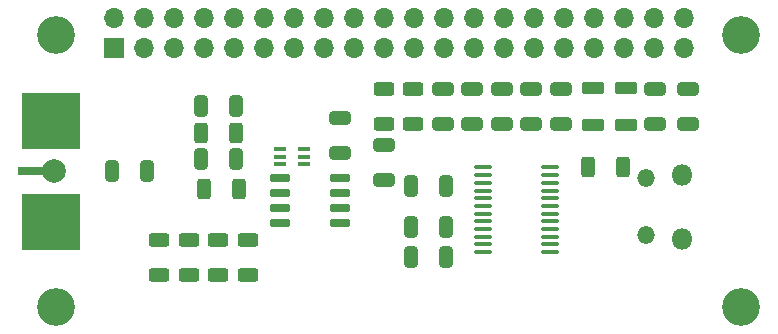
<source format=gbr>
%TF.GenerationSoftware,KiCad,Pcbnew,8.0.2*%
%TF.CreationDate,2024-05-24T16:47:28+07:00*%
%TF.ProjectId,ADC_pHAT,4144435f-7048-4415-942e-6b696361645f,rev?*%
%TF.SameCoordinates,PX5cbead0PY5705d50*%
%TF.FileFunction,Soldermask,Top*%
%TF.FilePolarity,Negative*%
%FSLAX46Y46*%
G04 Gerber Fmt 4.6, Leading zero omitted, Abs format (unit mm)*
G04 Created by KiCad (PCBNEW 8.0.2) date 2024-05-24 16:47:28*
%MOMM*%
%LPD*%
G01*
G04 APERTURE LIST*
G04 Aperture macros list*
%AMRoundRect*
0 Rectangle with rounded corners*
0 $1 Rounding radius*
0 $2 $3 $4 $5 $6 $7 $8 $9 X,Y pos of 4 corners*
0 Add a 4 corners polygon primitive as box body*
4,1,4,$2,$3,$4,$5,$6,$7,$8,$9,$2,$3,0*
0 Add four circle primitives for the rounded corners*
1,1,$1+$1,$2,$3*
1,1,$1+$1,$4,$5*
1,1,$1+$1,$6,$7*
1,1,$1+$1,$8,$9*
0 Add four rect primitives between the rounded corners*
20,1,$1+$1,$2,$3,$4,$5,0*
20,1,$1+$1,$4,$5,$6,$7,0*
20,1,$1+$1,$6,$7,$8,$9,0*
20,1,$1+$1,$8,$9,$2,$3,0*%
G04 Aperture macros list end*
%ADD10RoundRect,0.250000X-0.325000X-0.650000X0.325000X-0.650000X0.325000X0.650000X-0.325000X0.650000X0*%
%ADD11RoundRect,0.250000X-0.650000X0.325000X-0.650000X-0.325000X0.650000X-0.325000X0.650000X0.325000X0*%
%ADD12RoundRect,0.250000X0.650000X-0.325000X0.650000X0.325000X-0.650000X0.325000X-0.650000X-0.325000X0*%
%ADD13RoundRect,0.250000X0.312500X0.625000X-0.312500X0.625000X-0.312500X-0.625000X0.312500X-0.625000X0*%
%ADD14RoundRect,0.250000X-0.625000X0.312500X-0.625000X-0.312500X0.625000X-0.312500X0.625000X0.312500X0*%
%ADD15C,3.200000*%
%ADD16C,2.000000*%
%ADD17RoundRect,0.150000X-0.725000X-0.150000X0.725000X-0.150000X0.725000X0.150000X-0.725000X0.150000X0*%
%ADD18RoundRect,0.100000X-0.637500X-0.100000X0.637500X-0.100000X0.637500X0.100000X-0.637500X0.100000X0*%
%ADD19RoundRect,0.250000X0.325000X0.650000X-0.325000X0.650000X-0.325000X-0.650000X0.325000X-0.650000X0*%
%ADD20RoundRect,0.250000X-0.312500X-0.625000X0.312500X-0.625000X0.312500X0.625000X-0.312500X0.625000X0*%
%ADD21RoundRect,0.250000X0.625000X-0.312500X0.625000X0.312500X-0.625000X0.312500X-0.625000X-0.312500X0*%
%ADD22R,2.350000X0.700000*%
%ADD23R,4.900000X4.800000*%
%ADD24RoundRect,0.250000X-0.700000X0.275000X-0.700000X-0.275000X0.700000X-0.275000X0.700000X0.275000X0*%
%ADD25R,1.000000X0.400000*%
%ADD26R,1.700000X1.700000*%
%ADD27O,1.700000X1.700000*%
%ADD28O,1.800000X1.800000*%
%ADD29O,1.500000X1.500000*%
G04 APERTURE END LIST*
D10*
%TO.C,C15*%
X15775000Y20500000D03*
X18725000Y20500000D03*
%TD*%
D11*
%TO.C,C13*%
X27500000Y19475000D03*
X27500000Y16525000D03*
%TD*%
D12*
%TO.C,C9*%
X38750000Y19025000D03*
X38750000Y21975000D03*
%TD*%
%TO.C,C4*%
X46250000Y19025000D03*
X46250000Y21975000D03*
%TD*%
D13*
%TO.C,R3*%
X18712500Y18250000D03*
X15787500Y18250000D03*
%TD*%
D14*
%TO.C,R5*%
X31250000Y21962500D03*
X31250000Y19037500D03*
%TD*%
D15*
%TO.C,REF\u002A\u002A*%
X61500000Y3500000D03*
%TD*%
D16*
%TO.C,REF\u002A\u002A*%
X3300000Y15000000D03*
%TD*%
D15*
%TO.C,REF\u002A\u002A*%
X3500000Y3500000D03*
%TD*%
D17*
%TO.C,U4*%
X22425000Y14405000D03*
X22425000Y13135000D03*
X22425000Y11865000D03*
X22425000Y10595000D03*
X27575000Y10595000D03*
X27575000Y11865000D03*
X27575000Y13135000D03*
X27575000Y14405000D03*
%TD*%
D18*
%TO.C,U2*%
X39637500Y15325000D03*
X39637500Y14675000D03*
X39637500Y14025000D03*
X39637500Y13375000D03*
X39637500Y12725000D03*
X39637500Y12075000D03*
X39637500Y11425000D03*
X39637500Y10775000D03*
X39637500Y10125000D03*
X39637500Y9475000D03*
X39637500Y8825000D03*
X39637500Y8175000D03*
X45362500Y8175000D03*
X45362500Y8825000D03*
X45362500Y9475000D03*
X45362500Y10125000D03*
X45362500Y10775000D03*
X45362500Y11425000D03*
X45362500Y12075000D03*
X45362500Y12725000D03*
X45362500Y13375000D03*
X45362500Y14025000D03*
X45362500Y14675000D03*
X45362500Y15325000D03*
%TD*%
D19*
%TO.C,C11*%
X36475000Y10250000D03*
X33525000Y10250000D03*
%TD*%
D15*
%TO.C,REF\u002A\u002A*%
X61500000Y26500000D03*
%TD*%
D19*
%TO.C,C7*%
X36475000Y7750000D03*
X33525000Y7750000D03*
%TD*%
D14*
%TO.C,R8*%
X19750000Y9175000D03*
X19750000Y6250000D03*
%TD*%
D20*
%TO.C,R2*%
X48537500Y15350000D03*
X51462500Y15350000D03*
%TD*%
D12*
%TO.C,C2*%
X57000000Y19025000D03*
X57000000Y21975000D03*
%TD*%
D15*
%TO.C,REF\u002A\u002A*%
X3500000Y26500000D03*
%TD*%
D10*
%TO.C,C8*%
X8275000Y15000000D03*
X11225000Y15000000D03*
%TD*%
D21*
%TO.C,R7*%
X17250000Y6250000D03*
X17250000Y9175000D03*
%TD*%
D19*
%TO.C,C6*%
X36475000Y13750000D03*
X33525000Y13750000D03*
%TD*%
D13*
%TO.C,R9*%
X18962500Y13500000D03*
X16037500Y13500000D03*
%TD*%
D14*
%TO.C,R4*%
X14750000Y9175000D03*
X14750000Y6250000D03*
%TD*%
D22*
%TO.C,J1*%
X1500000Y15000000D03*
D23*
X3075000Y19250000D03*
X3075000Y10750000D03*
%TD*%
D12*
%TO.C,C1*%
X54250000Y19025000D03*
X54250000Y21975000D03*
%TD*%
D14*
%TO.C,R6*%
X33750000Y21962500D03*
X33750000Y19037500D03*
%TD*%
D24*
%TO.C,FB2*%
X49000000Y22075000D03*
X49000000Y18925000D03*
%TD*%
D12*
%TO.C,C10*%
X36250000Y19025000D03*
X36250000Y21975000D03*
%TD*%
%TO.C,C5*%
X41250000Y19025000D03*
X41250000Y21975000D03*
%TD*%
D24*
%TO.C,FB1*%
X51750000Y22075000D03*
X51750000Y18925000D03*
%TD*%
D21*
%TO.C,R1*%
X12250000Y6250000D03*
X12250000Y9175000D03*
%TD*%
D10*
%TO.C,C12*%
X15775000Y16000000D03*
X18725000Y16000000D03*
%TD*%
D11*
%TO.C,C14*%
X31250000Y17225000D03*
X31250000Y14275000D03*
%TD*%
D12*
%TO.C,C3*%
X43750000Y19025000D03*
X43750000Y21975000D03*
%TD*%
D25*
%TO.C,IC1*%
X24500000Y15600000D03*
X24500000Y16250000D03*
X24500000Y16900000D03*
X22500000Y16900000D03*
X22500000Y16250000D03*
X22500000Y15600000D03*
%TD*%
D26*
%TO.C,J2*%
X8400000Y25460000D03*
D27*
X8400000Y28000000D03*
X10940000Y25460000D03*
X10940000Y28000000D03*
X13480000Y25460000D03*
X13480000Y28000000D03*
X16020000Y25460000D03*
X16020000Y28000000D03*
X18560000Y25460000D03*
X18560000Y28000000D03*
X21100000Y25460000D03*
X21100000Y28000000D03*
X23640000Y25460000D03*
X23640000Y28000000D03*
X26180000Y25460000D03*
X26180000Y28000000D03*
X28720000Y25460000D03*
X28720000Y28000000D03*
X31260000Y25460000D03*
X31260000Y28000000D03*
X33800000Y25460000D03*
X33800000Y28000000D03*
X36340000Y25460000D03*
X36340000Y28000000D03*
X38880000Y25460000D03*
X38880000Y28000000D03*
X41420000Y25460000D03*
X41420000Y28000000D03*
X43960000Y25460000D03*
X43960000Y28000000D03*
X46500000Y25460000D03*
X46500000Y28000000D03*
X49040000Y25460000D03*
X49040000Y28000000D03*
X51580000Y25460000D03*
X51580000Y28000000D03*
X54120000Y25460000D03*
X54120000Y28000000D03*
X56660000Y25460000D03*
X56660000Y28000000D03*
%TD*%
D28*
%TO.C,U1*%
X56500000Y9275000D03*
D29*
X53470000Y9575000D03*
X53470000Y14425000D03*
D28*
X56500000Y14725000D03*
%TD*%
M02*

</source>
